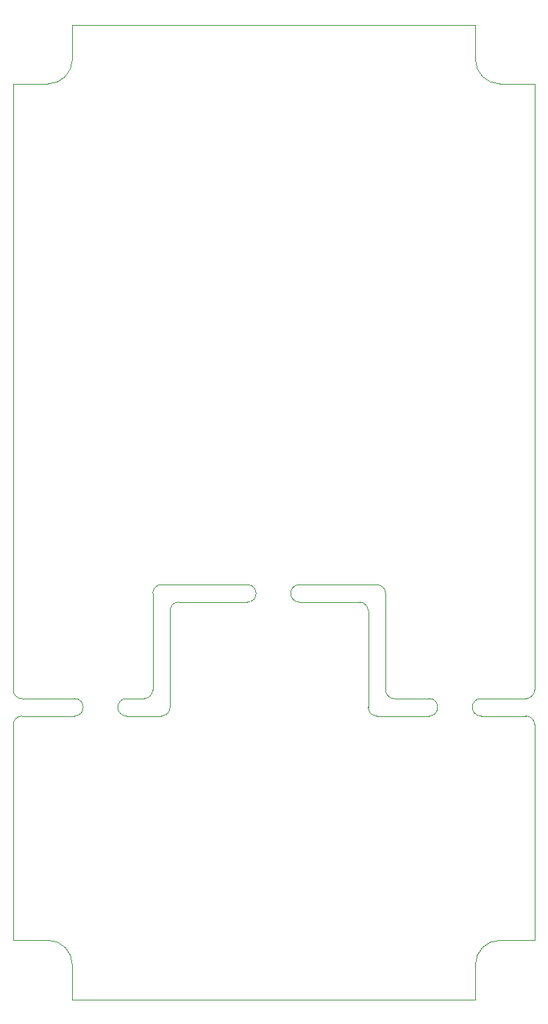
<source format=gbr>
G04 #@! TF.GenerationSoftware,KiCad,Pcbnew,5.1.9*
G04 #@! TF.CreationDate,2021-01-07T13:44:28+01:00*
G04 #@! TF.ProjectId,fuzzpedal,66757a7a-7065-4646-916c-2e6b69636164,rev?*
G04 #@! TF.SameCoordinates,Original*
G04 #@! TF.FileFunction,Profile,NP*
%FSLAX46Y46*%
G04 Gerber Fmt 4.6, Leading zero omitted, Abs format (unit mm)*
G04 Created by KiCad (PCBNEW 5.1.9) date 2021-01-07 13:44:28*
%MOMM*%
%LPD*%
G01*
G04 APERTURE LIST*
G04 #@! TA.AperFunction,Profile*
%ADD10C,0.050000*%
G04 #@! TD*
G04 APERTURE END LIST*
D10*
X123950000Y-160400000D02*
X123950000Y-156400000D01*
X121150000Y-153600000D02*
G75*
G02*
X123950000Y-156400000I0J-2800000D01*
G01*
X117150000Y-153600000D02*
X121150000Y-153600000D01*
X177150000Y-153600000D02*
X173150000Y-153600000D01*
X170350000Y-156400000D02*
G75*
G02*
X173150000Y-153600000I2800000J0D01*
G01*
X170350000Y-160400000D02*
X170350000Y-156400000D01*
X170350000Y-48300000D02*
X170350000Y-52300000D01*
X173150000Y-55100000D02*
G75*
G02*
X170350000Y-52300000I0J2800000D01*
G01*
X177150000Y-55100000D02*
X173150000Y-55100000D01*
X123950000Y-52300000D02*
G75*
G02*
X121150000Y-55100000I-2800000J0D01*
G01*
X123950000Y-48300000D02*
X123950000Y-52300000D01*
X117150000Y-55100000D02*
X121150000Y-55100000D01*
X157000000Y-114700000D02*
G75*
G02*
X158000000Y-115700000I0J-1000000D01*
G01*
X176150000Y-127800000D02*
G75*
G02*
X177150000Y-128800000I0J-1000000D01*
G01*
X177150000Y-124800000D02*
G75*
G02*
X176150000Y-125800000I-1000000J0D01*
G01*
X117150000Y-128800000D02*
G75*
G02*
X118150000Y-127800000I1000000J0D01*
G01*
X118150000Y-125800000D02*
G75*
G02*
X117150000Y-124800000I0J1000000D01*
G01*
X133200000Y-124800000D02*
G75*
G02*
X132200000Y-125800000I-1000000J0D01*
G01*
X135200000Y-126800000D02*
G75*
G02*
X134200000Y-127800000I-1000000J0D01*
G01*
X124200000Y-125800000D02*
G75*
G02*
X124200000Y-127800000I0J-1000000D01*
G01*
X130200000Y-127800000D02*
G75*
G02*
X130200000Y-125800000I0J1000000D01*
G01*
X133200000Y-113700000D02*
G75*
G02*
X134200000Y-112700000I1000000J0D01*
G01*
X135200000Y-115700000D02*
G75*
G02*
X136200000Y-114700000I1000000J0D01*
G01*
X144100000Y-112700000D02*
G75*
G02*
X144100000Y-114700000I0J-1000000D01*
G01*
X150100000Y-114700000D02*
G75*
G02*
X150100000Y-112700000I0J1000000D01*
G01*
X159000000Y-112700000D02*
G75*
G02*
X160000000Y-113700000I0J-1000000D01*
G01*
X161000000Y-125800000D02*
G75*
G02*
X160000000Y-124800000I0J1000000D01*
G01*
X159000000Y-127800000D02*
G75*
G02*
X158000000Y-126800000I0J1000000D01*
G01*
X165000000Y-125800000D02*
G75*
G02*
X165000000Y-127800000I0J-1000000D01*
G01*
X171000000Y-127800000D02*
G75*
G02*
X171000000Y-125800000I0J1000000D01*
G01*
X176150000Y-127800000D02*
X171000000Y-127800000D01*
X161000000Y-125800000D02*
X165000000Y-125800000D01*
X171000000Y-125800000D02*
X176150000Y-125800000D01*
X165000000Y-127800000D02*
X159000000Y-127800000D01*
X160000000Y-123400000D02*
X160000000Y-124800000D01*
X158000000Y-126800000D02*
X158000000Y-123400000D01*
X160000000Y-123400000D02*
X160000000Y-113700000D01*
X158000000Y-115700000D02*
X158000000Y-123400000D01*
X159000000Y-112700000D02*
X150100000Y-112700000D01*
X150100000Y-114700000D02*
X157000000Y-114700000D01*
X134200000Y-112700000D02*
X144100000Y-112700000D01*
X144100000Y-114700000D02*
X136200000Y-114700000D01*
X133200000Y-123400000D02*
X133200000Y-113700000D01*
X135200000Y-115700000D02*
X135200000Y-123400000D01*
X135200000Y-126800000D02*
X135200000Y-123400000D01*
X133200000Y-123400000D02*
X133200000Y-124800000D01*
X130200000Y-127800000D02*
X134200000Y-127800000D01*
X124200000Y-125800000D02*
X118150000Y-125800000D01*
X132200000Y-125800000D02*
X130200000Y-125800000D01*
X118150000Y-127800000D02*
X124200000Y-127800000D01*
X123950000Y-48300000D02*
X170350000Y-48300000D01*
X177150000Y-153600000D02*
X177150000Y-128800000D01*
X117150000Y-153600000D02*
X117150000Y-128800000D01*
X177150000Y-124800000D02*
X177150000Y-55100000D01*
X123950000Y-160400000D02*
X170350000Y-160400000D01*
X117150000Y-55100000D02*
X117150000Y-124800000D01*
M02*

</source>
